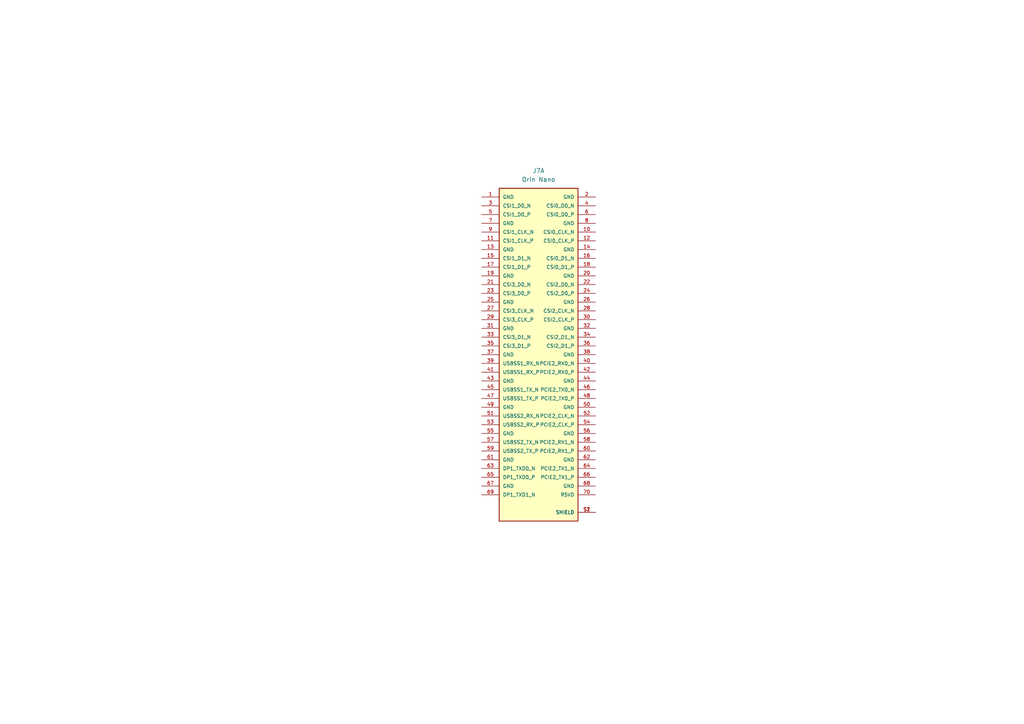
<source format=kicad_sch>
(kicad_sch (version 20231120) (generator "eeschema") (generator_version "8.0")
  (paper "A4")
  (lib_symbols
    (symbol "Fibel2:Orin Nano" (pin_names (offset 1.016))
      (property "Reference" "J" (at -22.86 48.895 0))
      (property "Value" "Orin Nano" (at -20.32 -50.8 0))
      (symbol "Orin Nano_1_0"
        (rectangle (start -11.43 48.26) (end 11.43 -48.26) (stroke (width 0.254)) (fill (type background)))
        (pin passive line (at -16.51 45.72 0) (length 5.08) (name "GND") (number "1"))
        (pin passive line (at 16.51 35.56 180) (length 5.08) (name "CSI0_CLK_N") (number "10"))
        (pin passive line (at -16.51 33.02 0) (length 5.08) (name "CSI1_CLK_P") (number "11"))
        (pin passive line (at 16.51 33.02 180) (length 5.08) (name "CSI0_CLK_P") (number "12"))
        (pin passive line (at -16.51 30.48 0) (length 5.08) (name "GND") (number "13"))
        (pin passive line (at 16.51 30.48 180) (length 5.08) (name "GND") (number "14"))
        (pin passive line (at -16.51 27.94 0) (length 5.08) (name "CSI1_D1_N") (number "15"))
        (pin passive line (at 16.51 27.94 180) (length 5.08) (name "CSI0_D1_N") (number "16"))
        (pin passive line (at -16.51 25.4 0) (length 5.08) (name "CSI1_D1_P") (number "17"))
        (pin passive line (at 16.51 25.4 180) (length 5.08) (name "CSI0_D1_P") (number "18"))
        (pin passive line (at -16.51 22.86 0) (length 5.08) (name "GND") (number "19"))
        (pin passive line (at 16.51 45.72 180) (length 5.08) (name "GND") (number "2"))
        (pin passive line (at 16.51 22.86 180) (length 5.08) (name "GND") (number "20"))
        (pin passive line (at -16.51 20.32 0) (length 5.08) (name "CSI3_D0_N") (number "21"))
        (pin passive line (at 16.51 20.32 180) (length 5.08) (name "CSI2_D0_N") (number "22"))
        (pin passive line (at -16.51 17.78 0) (length 5.08) (name "CSI3_D0_P") (number "23"))
        (pin passive line (at 16.51 17.78 180) (length 5.08) (name "CSI2_D0_P") (number "24"))
        (pin passive line (at -16.51 15.24 0) (length 5.08) (name "GND") (number "25"))
        (pin passive line (at 16.51 15.24 180) (length 5.08) (name "GND") (number "26"))
        (pin passive line (at -16.51 12.7 0) (length 5.08) (name "CSI3_CLK_N") (number "27"))
        (pin passive line (at 16.51 12.7 180) (length 5.08) (name "CSI2_CLK_N") (number "28"))
        (pin passive line (at -16.51 10.16 0) (length 5.08) (name "CSI3_CLK_P") (number "29"))
        (pin passive line (at -16.51 43.18 0) (length 5.08) (name "CSI1_D0_N") (number "3"))
        (pin passive line (at 16.51 10.16 180) (length 5.08) (name "CSI2_CLK_P") (number "30"))
        (pin passive line (at -16.51 7.62 0) (length 5.08) (name "GND") (number "31"))
        (pin passive line (at 16.51 7.62 180) (length 5.08) (name "GND") (number "32"))
        (pin passive line (at -16.51 5.08 0) (length 5.08) (name "CSI3_D1_N") (number "33"))
        (pin passive line (at 16.51 5.08 180) (length 5.08) (name "CSI2_D1_N") (number "34"))
        (pin passive line (at -16.51 2.54 0) (length 5.08) (name "CSI3_D1_P") (number "35"))
        (pin passive line (at 16.51 2.54 180) (length 5.08) (name "CSI2_D1_P") (number "36"))
        (pin passive line (at -16.51 0 0) (length 5.08) (name "GND") (number "37"))
        (pin passive line (at 16.51 0 180) (length 5.08) (name "GND") (number "38"))
        (pin passive line (at -16.51 -2.54 0) (length 5.08) (name "USBSS1_RX_N") (number "39"))
        (pin passive line (at 16.51 43.18 180) (length 5.08) (name "CSI0_D0_N") (number "4"))
        (pin passive line (at 16.51 -2.54 180) (length 5.08) (name "PCIE2_RX0_N") (number "40"))
        (pin passive line (at -16.51 -5.08 0) (length 5.08) (name "USBSS1_RX_P") (number "41"))
        (pin passive line (at 16.51 -5.08 180) (length 5.08) (name "PCIE2_RX0_P") (number "42"))
        (pin passive line (at -16.51 -7.62 0) (length 5.08) (name "GND") (number "43"))
        (pin passive line (at 16.51 -7.62 180) (length 5.08) (name "GND") (number "44"))
        (pin passive line (at -16.51 -10.16 0) (length 5.08) (name "USBSS1_TX_N") (number "45"))
        (pin passive line (at 16.51 -10.16 180) (length 5.08) (name "PCIE2_TX0_N") (number "46"))
        (pin passive line (at -16.51 -12.7 0) (length 5.08) (name "USBSS1_TX_P") (number "47"))
        (pin passive line (at 16.51 -12.7 180) (length 5.08) (name "PCIE2_TX0_P") (number "48"))
        (pin passive line (at -16.51 -15.24 0) (length 5.08) (name "GND") (number "49"))
        (pin passive line (at -16.51 40.64 0) (length 5.08) (name "CSI1_D0_P") (number "5"))
        (pin passive line (at 16.51 -15.24 180) (length 5.08) (name "GND") (number "50"))
        (pin passive line (at -16.51 -17.78 0) (length 5.08) (name "USBSS2_RX_N") (number "51"))
        (pin passive line (at 16.51 -17.78 180) (length 5.08) (name "PCIE2_CLK_N") (number "52"))
        (pin passive line (at -16.51 -20.32 0) (length 5.08) (name "USBSS2_RX_P") (number "53"))
        (pin passive line (at 16.51 -20.32 180) (length 5.08) (name "PCIE2_CLK_P") (number "54"))
        (pin passive line (at -16.51 -22.86 0) (length 5.08) (name "GND") (number "55"))
        (pin passive line (at 16.51 -22.86 180) (length 5.08) (name "GND") (number "56"))
        (pin passive line (at -16.51 -25.4 0) (length 5.08) (name "USBSS2_TX_N") (number "57"))
        (pin passive line (at 16.51 -25.4 180) (length 5.08) (name "PCIE2_RX1_N") (number "58"))
        (pin passive line (at -16.51 -27.94 0) (length 5.08) (name "USBSS2_TX_P") (number "59"))
        (pin passive line (at 16.51 40.64 180) (length 5.08) (name "CSI0_D0_P") (number "6"))
        (pin passive line (at 16.51 -27.94 180) (length 5.08) (name "PCIE2_RX1_P") (number "60"))
        (pin passive line (at -16.51 -30.48 0) (length 5.08) (name "GND") (number "61"))
        (pin passive line (at 16.51 -30.48 180) (length 5.08) (name "GND") (number "62"))
        (pin passive line (at -16.51 -33.02 0) (length 5.08) (name "DP1_TXD0_N") (number "63"))
        (pin passive line (at 16.51 -33.02 180) (length 5.08) (name "PCIE2_TX1_N") (number "64"))
        (pin passive line (at -16.51 -35.56 0) (length 5.08) (name "DP1_TXD0_P") (number "65"))
        (pin passive line (at 16.51 -35.56 180) (length 5.08) (name "PCIE2_TX1_P") (number "66"))
        (pin passive line (at -16.51 -38.1 0) (length 5.08) (name "GND") (number "67"))
        (pin passive line (at 16.51 -38.1 180) (length 5.08) (name "GND") (number "68"))
        (pin passive line (at -16.51 -40.64 0) (length 5.08) (name "DP1_TXD1_N") (number "69"))
        (pin passive line (at -16.51 38.1 0) (length 5.08) (name "GND") (number "7"))
        (pin passive line (at 16.51 -40.64 180) (length 5.08) (name "RSVD") (number "70"))
        (pin passive line (at 16.51 38.1 180) (length 5.08) (name "GND") (number "8"))
        (pin passive line (at -16.51 35.56 0) (length 5.08) (name "CSI1_CLK_N") (number "9"))
        (pin passive line (at 16.51 -45.72 180) (length 5.08) (name "SHIELD") (number "S1"))
        (pin passive line (at 16.51 -45.72 180) (length 5.08) (name "SHIELD") (number "S2"))
      )
      (symbol "Orin Nano_2_0"
        (rectangle (start -11.43 48.26) (end 11.43 -48.26) (stroke (width 0.254)) (fill (type background)))
        (pin passive line (at 16.51 10.16 180) (length 5.08) (name "DP1_AUX_P") (number "100"))
        (pin passive line (at -16.51 7.62 0) (length 5.08) (name "UART0_RXD") (number "101"))
        (pin passive line (at 16.51 7.62 180) (length 5.08) (name "GND") (number "102"))
        (pin passive line (at -16.51 5.08 0) (length 5.08) (name "UART0_RTS") (number "103"))
        (pin passive line (at 16.51 5.08 180) (length 5.08) (name "SPI1_MOSI") (number "104"))
        (pin passive line (at -16.51 2.54 0) (length 5.08) (name "UART0_CTS") (number "105"))
        (pin passive line (at 16.51 2.54 180) (length 5.08) (name "SPI1_SCK") (number "106"))
        (pin passive line (at -16.51 0 0) (length 5.08) (name "GND") (number "107"))
        (pin passive line (at 16.51 0 180) (length 5.08) (name "SPI1_MISO") (number "108"))
        (pin passive line (at -16.51 -2.54 0) (length 5.08) (name "USB0_D_N") (number "109"))
        (pin passive line (at 16.51 -2.54 180) (length 5.08) (name "SPI1_CS0") (number "110"))
        (pin passive line (at -16.51 -5.08 0) (length 5.08) (name "USB0_D_P") (number "111"))
        (pin passive line (at 16.51 -5.08 180) (length 5.08) (name "SPI1_CS1") (number "112"))
        (pin passive line (at -16.51 -7.62 0) (length 5.08) (name "GND") (number "113"))
        (pin passive line (at 16.51 -7.62 180) (length 5.08) (name "CAM0_PWDN") (number "114"))
        (pin passive line (at -16.51 -10.16 0) (length 5.08) (name "USB1_D_N") (number "115"))
        (pin passive line (at 16.51 -10.16 180) (length 5.08) (name "CAM0_MCLK") (number "116"))
        (pin passive line (at -16.51 -12.7 0) (length 5.08) (name "USB1_D_P") (number "117"))
        (pin passive line (at 16.51 -12.7 180) (length 5.08) (name "GPIO01") (number "118"))
        (pin passive line (at -16.51 -15.24 0) (length 5.08) (name "GND") (number "119"))
        (pin passive line (at 16.51 -15.24 180) (length 5.08) (name "CAM1_PWDN") (number "120"))
        (pin passive line (at -16.51 -17.78 0) (length 5.08) (name "USB2_D_N") (number "121"))
        (pin passive line (at 16.51 -17.78 180) (length 5.08) (name "CAM1_MCLK") (number "122"))
        (pin passive line (at -16.51 -20.32 0) (length 5.08) (name "USB2_D_P") (number "123"))
        (pin passive line (at 16.51 -20.32 180) (length 5.08) (name "GPIO02") (number "124"))
        (pin passive line (at -16.51 -22.86 0) (length 5.08) (name "GND") (number "125"))
        (pin passive line (at 16.51 -22.86 180) (length 5.08) (name "GPIO03") (number "126"))
        (pin passive line (at -16.51 -25.4 0) (length 5.08) (name "GPIO04") (number "127"))
        (pin passive line (at 16.51 -25.4 180) (length 5.08) (name "GPIO05") (number "128"))
        (pin passive line (at -16.51 -27.94 0) (length 5.08) (name "GND") (number "129"))
        (pin passive line (at 16.51 -27.94 180) (length 5.08) (name "GPIO06") (number "130"))
        (pin passive line (at -16.51 -30.48 0) (length 5.08) (name "PCIE0_RX0_N") (number "131"))
        (pin passive line (at 16.51 -30.48 180) (length 5.08) (name "GND") (number "132"))
        (pin passive line (at -16.51 -33.02 0) (length 5.08) (name "PCIE0_RX0_P") (number "133"))
        (pin passive line (at 16.51 -33.02 180) (length 5.08) (name "PCIE0_TX0_N") (number "134"))
        (pin passive line (at -16.51 -35.56 0) (length 5.08) (name "GND") (number "135"))
        (pin passive line (at 16.51 -35.56 180) (length 5.08) (name "PCIE0_TX0_P") (number "136"))
        (pin passive line (at -16.51 -38.1 0) (length 5.08) (name "PCIE0_RX1_N") (number "137"))
        (pin passive line (at 16.51 -38.1 180) (length 5.08) (name "GND") (number "138"))
        (pin passive line (at -16.51 -40.64 0) (length 5.08) (name "PCIE0_RX1_P") (number "139"))
        (pin passive line (at 16.51 -40.64 180) (length 5.08) (name "PCIE0_TX1_N") (number "140"))
        (pin passive line (at -16.51 -43.18 0) (length 5.08) (name "GND") (number "141"))
        (pin passive line (at 16.51 -43.18 180) (length 5.08) (name "PCIE0_TX1_P") (number "142"))
        (pin passive line (at -16.51 -45.72 0) (length 5.08) (name "CAN_RX") (number "143"))
        (pin passive line (at 16.51 -45.72 180) (length 5.08) (name "GND") (number "144"))
        (pin passive line (at -16.51 45.72 0) (length 5.08) (name "DP1_TXD1_P") (number "71"))
        (pin passive line (at 16.51 45.72 180) (length 5.08) (name "RSVD") (number "72"))
        (pin passive line (at -16.51 43.18 0) (length 5.08) (name "GND") (number "73"))
        (pin passive line (at 16.51 43.18 180) (length 5.08) (name "GND") (number "74"))
        (pin passive line (at -16.51 40.64 0) (length 5.08) (name "DP1_TXD2_N") (number "75"))
        (pin passive line (at 16.51 40.64 180) (length 5.08) (name "RSVD") (number "76"))
        (pin passive line (at -16.51 38.1 0) (length 5.08) (name "DP1_TXD2_P") (number "77"))
        (pin passive line (at 16.51 38.1 180) (length 5.08) (name "RSVD") (number "78"))
        (pin passive line (at -16.51 35.56 0) (length 5.08) (name "GND") (number "79"))
        (pin passive line (at 16.51 35.56 180) (length 5.08) (name "GND") (number "80"))
        (pin passive line (at -16.51 33.02 0) (length 5.08) (name "DP1_TXD3_N") (number "81"))
        (pin passive line (at 16.51 33.02 180) (length 5.08) (name "RSVD") (number "82"))
        (pin passive line (at -16.51 30.48 0) (length 5.08) (name "DP1_TXD3_P") (number "83"))
        (pin passive line (at 16.51 30.48 180) (length 5.08) (name "RSVD") (number "84"))
        (pin passive line (at -16.51 27.94 0) (length 5.08) (name "GND") (number "85"))
        (pin passive line (at 16.51 27.94 180) (length 5.08) (name "GND") (number "86"))
        (pin passive line (at -16.51 25.4 0) (length 5.08) (name "GPIO00") (number "87"))
        (pin passive line (at 16.51 25.4 180) (length 5.08) (name "RSVD") (number "88"))
        (pin passive line (at -16.51 22.86 0) (length 5.08) (name "SPI0_MOSI") (number "89"))
        (pin passive line (at 16.51 22.86 180) (length 5.08) (name "RSVD") (number "90"))
        (pin passive line (at -16.51 20.32 0) (length 5.08) (name "SPI0_SCK") (number "91"))
        (pin passive line (at 16.51 20.32 180) (length 5.08) (name "RSVD") (number "92"))
        (pin passive line (at -16.51 17.78 0) (length 5.08) (name "SPI0_MISO") (number "93"))
        (pin passive line (at 16.51 17.78 180) (length 5.08) (name "HDMI_CEC") (number "94"))
        (pin passive line (at -16.51 15.24 0) (length 5.08) (name "SPI0_CS0") (number "95"))
        (pin passive line (at 16.51 15.24 180) (length 5.08) (name "DP1_HPD") (number "96"))
        (pin passive line (at -16.51 12.7 0) (length 5.08) (name "SPI0_CS1") (number "97"))
        (pin passive line (at 16.51 12.7 180) (length 5.08) (name "DP1_AUX_N") (number "98"))
        (pin passive line (at -16.51 10.16 0) (length 5.08) (name "UART0_TXD") (number "99"))
      )
      (symbol "Orin Nano_3_0"
        (rectangle (start -11.43 35.56) (end 11.43 -38.1) (stroke (width 0.254)) (fill (type background)))
        (pin passive line (at -16.51 33.02 0) (length 5.08) (name "CAN_TX") (number "145"))
        (pin passive line (at 16.51 33.02 180) (length 5.08) (name "GND") (number "146"))
        (pin passive line (at -16.51 30.48 0) (length 5.08) (name "GND") (number "147"))
        (pin passive line (at 16.51 30.48 180) (length 5.08) (name "PCIE0_TX2_N") (number "148"))
        (pin passive line (at -16.51 27.94 0) (length 5.08) (name "PCIE0_RX2_N") (number "149"))
        (pin passive line (at 16.51 27.94 180) (length 5.08) (name "PCIE0_TX2_P") (number "150"))
        (pin passive line (at -16.51 25.4 0) (length 5.08) (name "PCIE0_RX2_P") (number "151"))
        (pin passive line (at 16.51 25.4 180) (length 5.08) (name "GND") (number "152"))
        (pin passive line (at -16.51 22.86 0) (length 5.08) (name "GND") (number "153"))
        (pin passive line (at 16.51 22.86 180) (length 5.08) (name "PCIE0_TX3_N") (number "154"))
        (pin passive line (at -16.51 20.32 0) (length 5.08) (name "PCIE0_RX3_N") (number "155"))
        (pin passive line (at 16.51 20.32 180) (length 5.08) (name "PCIE0_TX3_P") (number "156"))
        (pin passive line (at -16.51 17.78 0) (length 5.08) (name "PCIE0_RX3_P") (number "157"))
        (pin passive line (at 16.51 17.78 180) (length 5.08) (name "GND") (number "158"))
        (pin passive line (at -16.51 15.24 0) (length 5.08) (name "GND") (number "159"))
        (pin passive line (at 16.51 15.24 180) (length 5.08) (name "PCIE0_CLK_N") (number "160"))
        (pin passive line (at -16.51 12.7 0) (length 5.08) (name "USBSS0_RX_N") (number "161"))
        (pin passive line (at 16.51 12.7 180) (length 5.08) (name "PCIE0_CLK_P") (number "162"))
        (pin passive line (at -16.51 10.16 0) (length 5.08) (name "USBSS0_RX_N") (number "163"))
        (pin passive line (at 16.51 10.16 180) (length 5.08) (name "GND") (number "164"))
        (pin passive line (at -16.51 7.62 0) (length 5.08) (name "GND") (number "165"))
        (pin passive line (at 16.51 7.62 180) (length 5.08) (name "USBSS0_TX_N") (number "166"))
        (pin passive line (at -16.51 5.08 0) (length 5.08) (name "PCIE1_RX0_N") (number "167"))
        (pin passive line (at 16.51 5.08 180) (length 5.08) (name "USBSS0_TX_P") (number "168"))
        (pin passive line (at -16.51 2.54 0) (length 5.08) (name "PCIE1_RX0_P") (number "169"))
        (pin passive line (at 16.51 2.54 180) (length 5.08) (name "GND") (number "170"))
        (pin passive line (at -16.51 0 0) (length 5.08) (name "GND") (number "171"))
        (pin passive line (at 16.51 0 180) (length 5.08) (name "PCIE1_TX0_N") (number "172"))
        (pin passive line (at -16.51 -2.54 0) (length 5.08) (name "PCIE1_CLK_N") (number "173"))
        (pin passive line (at 16.51 -2.54 180) (length 5.08) (name "PCIE1_TX0_P") (number "174"))
        (pin passive line (at -16.51 -5.08 0) (length 5.08) (name "PCIE1_CLK_P") (number "175"))
        (pin passive line (at 16.51 -5.08 180) (length 5.08) (name "GND") (number "176"))
        (pin passive line (at -16.51 -7.62 0) (length 5.08) (name "GND") (number "177"))
        (pin passive line (at 16.51 -7.62 180) (length 5.08) (name "MOD_SLEEP") (number "178"))
        (pin passive line (at -16.51 -10.16 0) (length 5.08) (name "PCIE_WAKE") (number "179"))
        (pin passive line (at 16.51 -10.16 180) (length 5.08) (name "PCIE0_CLKREQ") (number "180"))
        (pin passive line (at -16.51 -12.7 0) (length 5.08) (name "PCIE0_RST") (number "181"))
        (pin passive line (at 16.51 -12.7 180) (length 5.08) (name "PCIE1_CLKREQ") (number "182"))
        (pin passive line (at -16.51 -15.24 0) (length 5.08) (name "PCIE1_RST") (number "183"))
        (pin passive line (at 16.51 -15.24 180) (length 5.08) (name "GBE_MDI0_N") (number "184"))
        (pin passive line (at -16.51 -17.78 0) (length 5.08) (name "I2C0_SCL") (number "185"))
        (pin passive line (at 16.51 -17.78 180) (length 5.08) (name "GBE_MDI0_P") (number "186"))
        (pin passive line (at -16.51 -20.32 0) (length 5.08) (name "I2C0_SDA") (number "187"))
        (pin passive line (at 16.51 -20.32 180) (length 5.08) (name "GBE_LED_LINK") (number "188"))
        (pin passive line (at -16.51 -22.86 0) (length 5.08) (name "I2C1_SCL") (number "189"))
        (pin passive line (at 16.51 -22.86 180) (length 5.08) (name "GBE_MDI1_N") (number "190"))
        (pin passive line (at -16.51 -25.4 0) (length 5.08) (name "I2C1_SDA") (number "191"))
        (pin passive line (at 16.51 -25.4 180) (length 5.08) (name "GBE_MDI1_P") (number "192"))
        (pin passive line (at -16.51 -27.94 0) (length 5.08) (name "I2S0_DOUT") (number "193"))
        (pin passive line (at 16.51 -27.94 180) (length 5.08) (name "GBE_LED_ACT") (number "194"))
        (pin passive line (at -16.51 -30.48 0) (length 5.08) (name "I2S0_DIN") (number "195"))
        (pin passive line (at 16.51 -30.48 180) (length 5.08) (name "GBE_MDI2_N") (number "196"))
        (pin passive line (at -16.51 -33.02 0) (length 5.08) (name "I2S0_FS") (number "197"))
        (pin passive line (at 16.51 -33.02 180) (length 5.08) (name "GBE_MDI2_P") (number "198"))
        (pin passive line (at -16.51 -35.56 0) (length 5.08) (name "I2S0_SCLK") (number "199"))
        (pin passive line (at 16.51 -35.56 180) (length 5.08) (name "GND") (number "200"))
      )
      (symbol "Orin Nano_4_0"
        (rectangle (start -11.43 38.1) (end 11.43 -40.64) (stroke (width 0.254)) (fill (type background)))
        (pin passive line (at -16.51 35.56 0) (length 5.08) (name "GND") (number "201"))
        (pin passive line (at 16.51 35.56 180) (length 5.08) (name "GBE_MDI3_N") (number "202"))
        (pin passive line (at -16.51 33.02 0) (length 5.08) (name "UART1_TXD") (number "203"))
        (pin passive line (at 16.51 33.02 180) (length 5.08) (name "GBE_MDI3_P") (number "204"))
        (pin passive line (at -16.51 30.48 0) (length 5.08) (name "UART1_RXD") (number "205"))
        (pin passive line (at 16.51 30.48 180) (length 5.08) (name "GPIO07") (number "206"))
        (pin passive line (at -16.51 27.94 0) (length 5.08) (name "UART1_RTS") (number "207"))
        (pin passive line (at 16.51 27.94 180) (length 5.08) (name "GPIO08") (number "208"))
        (pin passive line (at -16.51 25.4 0) (length 5.08) (name "UART1_CTS") (number "209"))
        (pin passive line (at 16.51 25.4 180) (length 5.08) (name "CLK_32K_OUT") (number "210"))
        (pin passive line (at -16.51 22.86 0) (length 5.08) (name "GPIO09") (number "211"))
        (pin passive line (at 16.51 22.86 180) (length 5.08) (name "GPIO10") (number "212"))
        (pin passive line (at -16.51 20.32 0) (length 5.08) (name "CAM_I2C_SCL") (number "213"))
        (pin passive line (at 16.51 20.32 180) (length 5.08) (name "FORCE_RECV") (number "214"))
        (pin passive line (at -16.51 17.78 0) (length 5.08) (name "CAM_I2C_SDA") (number "215"))
        (pin passive line (at 16.51 17.78 180) (length 5.08) (name "GPIO11") (number "216"))
        (pin passive line (at -16.51 15.24 0) (length 5.08) (name "MODULE_ID") (number "217"))
        (pin passive line (at 16.51 15.24 180) (length 5.08) (name "GPIO12") (number "218"))
        (pin passive line (at -16.51 12.7 0) (length 5.08) (name "PCIE2_RST") (number "219"))
        (pin passive line (at 16.51 12.7 180) (length 5.08) (name "I2S1_DOUT") (number "220"))
        (pin passive line (at -16.51 10.16 0) (length 5.08) (name "PCIE2_CLKREQ") (number "221"))
        (pin passive line (at 16.51 10.16 180) (length 5.08) (name "I2S1_DIN") (number "222"))
        (pin passive line (at -16.51 7.62 0) (length 5.08) (name "PCIE3_RST") (number "223"))
        (pin passive line (at 16.51 7.62 180) (length 5.08) (name "I2S1_FS") (number "224"))
        (pin passive line (at -16.51 5.08 0) (length 5.08) (name "PCIE3_CLKREQ") (number "225"))
        (pin passive line (at 16.51 5.08 180) (length 5.08) (name "I2S1_SCLK") (number "226"))
        (pin passive line (at -16.51 2.54 0) (length 5.08) (name "PCIE3_CLK_N") (number "227"))
        (pin passive line (at 16.51 2.54 180) (length 5.08) (name "GPIO13") (number "228"))
        (pin passive line (at -16.51 0 0) (length 5.08) (name "PCIE3_CLK_P") (number "229"))
        (pin passive line (at 16.51 0 180) (length 5.08) (name "GPIO14") (number "230"))
        (pin passive line (at -16.51 -2.54 0) (length 5.08) (name "GND") (number "231"))
        (pin passive line (at 16.51 -2.54 180) (length 5.08) (name "I2C2_SCL") (number "232"))
        (pin passive line (at -16.51 -5.08 0) (length 5.08) (name "SHUTDOWN_REQ") (number "233"))
        (pin passive line (at 16.51 -5.08 180) (length 5.08) (name "I2C2_SDA") (number "234"))
        (pin passive line (at -16.51 -7.62 0) (length 5.08) (name "PMIC_BBAT") (number "235"))
        (pin passive line (at 16.51 -7.62 180) (length 5.08) (name "UART2_TXD") (number "236"))
        (pin passive line (at -16.51 -10.16 0) (length 5.08) (name "POWER_EN") (number "237"))
        (pin passive line (at 16.51 -10.16 180) (length 5.08) (name "UART2_RXD") (number "238"))
        (pin passive line (at -16.51 -12.7 0) (length 5.08) (name "SYS_RESET") (number "239"))
        (pin passive line (at 16.51 -12.7 180) (length 5.08) (name "SLEEP/WAKE") (number "240"))
        (pin passive line (at -16.51 -15.24 0) (length 5.08) (name "GND") (number "241"))
        (pin passive line (at 16.51 -15.24 180) (length 5.08) (name "GND") (number "242"))
        (pin passive line (at -16.51 -17.78 0) (length 5.08) (name "GND") (number "243"))
        (pin passive line (at 16.51 -17.78 180) (length 5.08) (name "GND") (number "244"))
        (pin passive line (at -16.51 -20.32 0) (length 5.08) (name "GND") (number "245"))
        (pin passive line (at 16.51 -20.32 180) (length 5.08) (name "GND") (number "246"))
        (pin passive line (at -16.51 -22.86 0) (length 5.08) (name "GND") (number "247"))
        (pin passive line (at 16.51 -22.86 180) (length 5.08) (name "GND") (number "248"))
        (pin passive line (at -16.51 -25.4 0) (length 5.08) (name "GND") (number "249"))
        (pin passive line (at 16.51 -25.4 180) (length 5.08) (name "GND") (number "250"))
        (pin passive line (at -16.51 -27.94 0) (length 5.08) (name "VDD_IN") (number "251"))
        (pin passive line (at 16.51 -27.94 180) (length 5.08) (name "VDD_IN") (number "252"))
        (pin passive line (at -16.51 -30.48 0) (length 5.08) (name "VDD_IN") (number "253"))
        (pin passive line (at 16.51 -30.48 180) (length 5.08) (name "VDD_IN") (number "254"))
        (pin passive line (at -16.51 -33.02 0) (length 5.08) (name "VDD_IN") (number "255"))
        (pin passive line (at 16.51 -33.02 180) (length 5.08) (name "VDD_IN") (number "256"))
        (pin passive line (at -16.51 -35.56 0) (length 5.08) (name "VDD_IN") (number "257"))
        (pin passive line (at 16.51 -35.56 180) (length 5.08) (name "VDD_IN") (number "258"))
        (pin passive line (at -16.51 -38.1 0) (length 5.08) (name "VDD_IN") (number "259"))
        (pin passive line (at 16.51 -38.1 180) (length 5.08) (name "VDD_IN") (number "260"))
      )
    )
  )
  (symbol (lib_id "Fibel2:Orin Nano") (at 156.21 102.87 0) (unit 1)
    (property "Reference" "J7" (at 156.21 49.53 0))
    (property "Value" "Orin Nano" (at 156.21 52.07 0))
    (property "Footprint" "Fibel2:SODIMMx260" (effects (hide yes)))
    (property "Comment" "2309407-1" (effects (hide yes)))
    (property "MF" "TE Connectivity" (effects (hide yes)))
    (property "MP" "2309407-1" (effects (hide yes)))
  )
)
</source>
